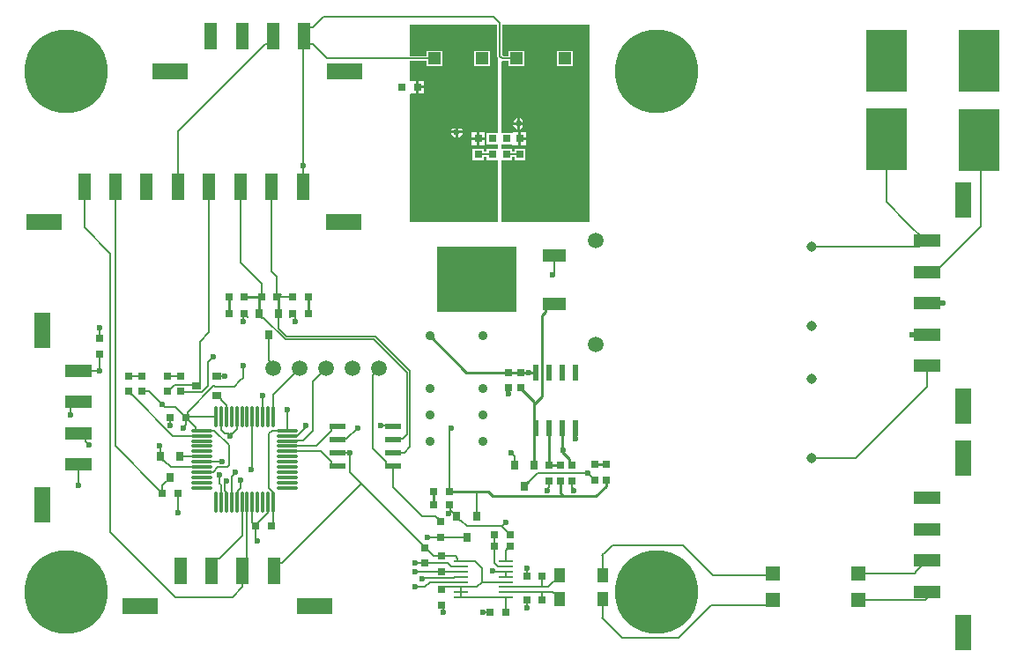
<source format=gtl>
G04*
G04 #@! TF.GenerationSoftware,Altium Limited,Altium Designer,19.0.15 (446)*
G04*
G04 Layer_Physical_Order=1*
G04 Layer_Color=255*
%FSLAX25Y25*%
%MOIN*%
G70*
G01*
G75*
%ADD12C,0.00600*%
%ADD18C,0.01000*%
%ADD45R,0.05000X0.10000*%
%ADD46R,0.13504X0.06496*%
%ADD47R,0.10000X0.05000*%
%ADD48R,0.06496X0.13504*%
%ADD49R,0.02953X0.03150*%
%ADD50R,0.03150X0.02953*%
%ADD51R,0.05512X0.05512*%
%ADD52R,0.04331X0.05315*%
%ADD53O,0.08268X0.01181*%
%ADD54O,0.01181X0.08268*%
%ADD55R,0.02756X0.03543*%
%ADD56R,0.15748X0.23622*%
%ADD57R,0.03543X0.02756*%
%ADD58R,0.08661X0.04724*%
%ADD59R,0.30000X0.25000*%
%ADD60R,0.02362X0.06102*%
%ADD61R,0.05500X0.01100*%
%ADD62R,0.06102X0.02362*%
%ADD63R,0.04724X0.04724*%
%ADD64R,0.14173X0.04724*%
%ADD65C,0.31496*%
%ADD66C,0.05906*%
%ADD67C,0.03838*%
%ADD68C,0.03543*%
%ADD69C,0.02362*%
%ADD70C,0.01968*%
G36*
X-58398Y104331D02*
X-58328Y103980D01*
X-58129Y103682D01*
X-58071Y103624D01*
Y75669D01*
X-58160Y75206D01*
X-58571Y75206D01*
X-62313D01*
Y70857D01*
X-58160Y70857D01*
X-58071Y70394D01*
Y69764D01*
X-58160Y69301D01*
X-58571Y69301D01*
X-62313D01*
Y68044D01*
X-63475D01*
Y69301D01*
X-67628D01*
Y64951D01*
X-63475D01*
Y66208D01*
X-62313D01*
Y64951D01*
X-58160Y64951D01*
X-58071Y64488D01*
Y41339D01*
X-91535D01*
Y89749D01*
X-91158Y90043D01*
X-91035Y90043D01*
X-89083D01*
Y92520D01*
Y94996D01*
X-91035D01*
X-91158Y94996D01*
X-91535Y95291D01*
Y102429D01*
X-85049D01*
Y100384D01*
X-79124D01*
Y106309D01*
X-85049D01*
Y104264D01*
X-91535D01*
Y116142D01*
X-58398D01*
Y104331D01*
D02*
G37*
G36*
X-23425Y41339D02*
X-56890D01*
Y64488D01*
X-56801Y64951D01*
X-56390Y64951D01*
X-52648D01*
Y66208D01*
X-51880D01*
Y64951D01*
X-47727D01*
Y69301D01*
X-51880D01*
Y68044D01*
X-52648D01*
Y69301D01*
X-56801Y69301D01*
X-56890Y69764D01*
Y70394D01*
X-56801Y70857D01*
X-56390Y70857D01*
X-52780D01*
X-52648Y70857D01*
X-52280Y70539D01*
Y70457D01*
X-50303D01*
Y73032D01*
Y75606D01*
X-52280D01*
Y75524D01*
X-52648Y75206D01*
X-52780Y75206D01*
X-56801Y75206D01*
X-56890Y75669D01*
Y101997D01*
X-56889Y101999D01*
X-56496Y102429D01*
X-53947D01*
Y100384D01*
X-48022D01*
Y106309D01*
X-53947D01*
Y104264D01*
X-56116D01*
X-56563Y104711D01*
Y116142D01*
X-23425D01*
Y41339D01*
D02*
G37*
%LPC*%
G36*
X-61014Y106309D02*
X-66939D01*
Y100384D01*
X-61014D01*
Y106309D01*
D02*
G37*
G36*
X-88083Y94996D02*
Y93020D01*
X-86008D01*
Y94996D01*
X-88083D01*
D02*
G37*
G36*
X-86008Y92020D02*
X-88083D01*
Y90043D01*
X-86008D01*
Y92020D01*
D02*
G37*
G36*
X-73122Y77648D02*
Y76024D01*
X-71498D01*
X-71567Y76375D01*
X-72050Y77096D01*
X-72771Y77578D01*
X-73122Y77648D01*
D02*
G37*
G36*
X-74122D02*
X-74473Y77578D01*
X-75195Y77096D01*
X-75677Y76375D01*
X-75746Y76024D01*
X-74122D01*
Y77648D01*
D02*
G37*
G36*
X-63075Y75606D02*
X-65051D01*
Y73532D01*
X-63075D01*
Y75606D01*
D02*
G37*
G36*
X-66051D02*
X-68028D01*
Y73532D01*
X-66051D01*
Y75606D01*
D02*
G37*
G36*
X-71498Y75024D02*
X-73122D01*
Y73399D01*
X-72771Y73469D01*
X-72050Y73951D01*
X-71567Y74673D01*
X-71498Y75024D01*
D02*
G37*
G36*
X-74122D02*
X-75746D01*
X-75677Y74673D01*
X-75195Y73951D01*
X-74473Y73469D01*
X-74122Y73399D01*
Y75024D01*
D02*
G37*
G36*
X-63075Y72531D02*
X-65051D01*
Y70457D01*
X-63075D01*
Y72531D01*
D02*
G37*
G36*
X-66051D02*
X-68028D01*
Y70457D01*
X-66051D01*
Y72531D01*
D02*
G37*
G36*
X-29912Y106309D02*
X-35836D01*
Y100384D01*
X-29912D01*
Y106309D01*
D02*
G37*
G36*
X-49697Y80865D02*
Y79240D01*
X-48072D01*
X-48142Y79591D01*
X-48624Y80313D01*
X-49346Y80795D01*
X-49697Y80865D01*
D02*
G37*
G36*
X-50697D02*
X-51048Y80795D01*
X-51769Y80313D01*
X-52251Y79591D01*
X-52321Y79240D01*
X-50697D01*
Y80865D01*
D02*
G37*
G36*
X-48072Y78240D02*
X-49697D01*
Y76616D01*
X-49346Y76686D01*
X-48624Y77168D01*
X-48142Y77889D01*
X-48072Y78240D01*
D02*
G37*
G36*
X-50697D02*
X-52321D01*
X-52251Y77889D01*
X-51769Y77168D01*
X-51048Y76686D01*
X-50697Y76616D01*
Y78240D01*
D02*
G37*
G36*
X-47327Y75606D02*
X-49303D01*
Y73532D01*
X-47327D01*
Y75606D01*
D02*
G37*
G36*
Y72531D02*
X-49303D01*
Y70457D01*
X-47327D01*
Y72531D01*
D02*
G37*
%LPD*%
D12*
X-56693Y-73622D02*
X-56560D01*
X-54985Y-72047D01*
X-69882Y-73622D02*
X-56693D01*
X-54818Y-75497D01*
Y-75595D02*
Y-75497D01*
Y-75595D02*
X-53642Y-76772D01*
X-53543D01*
X-72150Y-71354D02*
X-69882Y-73622D01*
X-72544Y-71354D02*
X-72150D01*
X-73622Y-70276D02*
X-72544Y-71354D01*
X-73622Y-70276D02*
Y-69882D01*
X-208661Y-14763D02*
Y-8465D01*
X-149606Y-78740D02*
X-149213Y-79134D01*
X-149606Y-78740D02*
Y-73603D01*
X-109843Y-57342D02*
X-85492Y-81693D01*
X-114173Y-53012D02*
X-109843Y-57342D01*
Y-57447D02*
Y-57342D01*
X-139780Y-87384D02*
X-109843Y-57447D01*
X-140629Y-87384D02*
X-139780D01*
X-142829Y-89584D02*
X-140629Y-87384D01*
X-142829Y-90433D02*
Y-89584D01*
X-189961Y-22638D02*
X-184055Y-28543D01*
X-196560Y-23913D02*
X-181102Y-39370D01*
X-197835Y-22736D02*
X-196658Y-23913D01*
X-181102Y-39370D02*
X-170079D01*
X-196658Y-23913D02*
X-196560D01*
X-197835Y-22736D02*
Y-22638D01*
X-208661Y-2559D02*
Y1575D01*
X-131889Y54843D02*
Y111339D01*
X-167717Y-11417D02*
X-165748Y-9449D01*
X-167717Y-20472D02*
Y-11417D01*
X-169994Y-22750D02*
X-167717Y-20472D01*
X-178037Y-22750D02*
X-169994D01*
X-146670Y5226D02*
X-138491Y-2953D01*
X-147347Y5226D02*
X-146670D01*
X-148425Y6304D02*
X-147347Y5226D01*
X-138491Y-2953D02*
X-104948D01*
X-148425Y6304D02*
Y6693D01*
X-178150Y-22638D02*
X-178037Y-22750D01*
X-128250Y115057D02*
X-124016Y119291D01*
X-129099Y115057D02*
X-128250D01*
X-131299Y112857D02*
X-129099Y115057D01*
X-131299Y111929D02*
Y112857D01*
X-124016Y119291D02*
X-59842D01*
X-57480Y116929D01*
Y104331D02*
Y116929D01*
Y104331D02*
X-56496Y103347D01*
X-50984D01*
X-128250Y108881D02*
X-122716Y103347D01*
X-129099Y108881D02*
X-128250D01*
X-131299Y111081D02*
X-129099Y108881D01*
X-131299Y111081D02*
Y111929D01*
X-122716Y103347D02*
X-82087D01*
X-219685Y-31654D02*
Y-28774D01*
X-217485Y-26574D01*
X-216811D01*
X-47153Y-57193D02*
X-46953Y-56993D01*
X-48031Y-58071D02*
X-47153Y-57193D01*
X-43130Y-53543D02*
X-24134D01*
X-22731Y-54946D01*
X-22633D01*
X-21457Y-56122D01*
Y-56221D02*
Y-56122D01*
X-43720Y-54134D02*
X-43130Y-53543D01*
X-43720Y-54154D02*
Y-54134D01*
X-46560Y-56993D02*
X-43720Y-54154D01*
X-46953Y-56993D02*
X-46560D01*
X-48031Y-58465D02*
Y-58071D01*
X-213999Y-41435D02*
X-212598Y-42835D01*
X-213999Y-41435D02*
Y-40586D01*
X-216199Y-38386D02*
X-213999Y-40586D01*
X-216811Y-38386D02*
X-216199D01*
X-37402Y21654D02*
X-36811Y22244D01*
Y28740D01*
X-216811Y-58071D02*
Y-50197D01*
X-204724Y-75787D02*
Y29528D01*
X-214567Y39371D02*
X-204724Y29528D01*
Y-75787D02*
X-180118Y-100394D01*
X-216811Y-14763D02*
X-208661D01*
X-147047Y-32087D02*
Y-24213D01*
X-158465Y-100394D02*
X-154640Y-96569D01*
Y-90433D01*
X-180118Y-100394D02*
X-158465D01*
X-214567Y39371D02*
Y54843D01*
X-202756Y-43307D02*
X-186314Y-59749D01*
Y-59847D02*
Y-59749D01*
Y-59847D02*
X-185138Y-61024D01*
X-185039D01*
X-202756Y-43307D02*
Y54843D01*
X-167322Y-307D02*
Y54843D01*
X-170773Y-3758D02*
X-167322Y-307D01*
X-170773Y-19395D02*
Y-3758D01*
X-171850Y-20472D02*
X-170773Y-19395D01*
X-172244Y-20472D02*
X-171850D01*
X-147539Y13189D02*
Y18073D01*
X-155511Y26045D02*
X-147539Y18073D01*
X-155511Y26045D02*
Y54843D01*
X-143700Y22909D02*
X-141634Y20842D01*
X-143700Y22909D02*
Y54843D01*
X-179134D02*
Y75905D01*
X-146158Y108881D01*
X-145310D01*
X-143110Y111081D01*
Y111929D01*
X-131889Y111339D02*
X-131299Y111929D01*
X-179134Y-68575D02*
X-179134Y-68575D01*
Y-61024D01*
X-163492Y-85820D02*
X-154921Y-77250D01*
Y-64370D01*
X-164252Y-85820D02*
X-163492D01*
X-166452Y-88020D02*
X-164252Y-85820D01*
X-166452Y-90433D02*
Y-88020D01*
X-152953Y-88746D02*
Y-64370D01*
X-154640Y-90433D02*
X-152953Y-88746D01*
X-141634Y13189D02*
Y20842D01*
Y13189D02*
X-135630D01*
X-54983Y-94686D02*
X-54733Y-94436D01*
X104319Y-20681D02*
Y-12849D01*
X77126Y-47874D02*
X104319Y-20681D01*
X60630Y-47874D02*
X77126D01*
X-159449Y-38386D02*
X-158465D01*
X101202Y32126D02*
X103471Y34395D01*
X60630Y32126D02*
X101202D01*
X98425Y-1181D02*
X104176D01*
X104319Y-1038D01*
X96593Y41273D02*
X103471Y34395D01*
X96522Y41273D02*
X96593D01*
X88779Y49016D02*
Y72835D01*
Y49016D02*
X96522Y41273D01*
X103471Y34395D02*
X104319D01*
Y10773D02*
X110236D01*
X124521Y39875D02*
Y72638D01*
X106299Y21654D02*
X124521Y39875D01*
X-85630Y-81693D02*
X-85492D01*
X-114173Y-53012D02*
Y-45807D01*
X-69882Y-77756D02*
X-68898D01*
X-79724D02*
X-69882D01*
X-84646D02*
X-79724D01*
X43878Y-103347D02*
X45768Y-101457D01*
X22638Y-103347D02*
X43878D01*
X10276Y-115708D02*
X22638Y-103347D01*
X-11260Y-115708D02*
X10276D01*
X23329Y-92227D02*
X44998D01*
X11811Y-80709D02*
X23329Y-92227D01*
X-14764Y-80709D02*
X11811D01*
X-17426Y-109543D02*
X-11260Y-115708D01*
X-17426Y-109543D02*
Y-109444D01*
X-18602Y-108268D02*
X-17426Y-109444D01*
X-18701Y-108268D02*
X-18602D01*
X-17426Y-83371D02*
X-14764Y-80709D01*
X-17426Y-83469D02*
Y-83371D01*
X-18602Y-84646D02*
X-17426Y-83469D01*
X-18701Y-84646D02*
X-18602D01*
X-18701Y-108268D02*
X-18504Y-108071D01*
Y-101085D01*
X-181890Y-51181D02*
X-170079D01*
X-184355Y-48716D02*
X-181890Y-51181D01*
X-184749Y-48716D02*
X-184355D01*
X-185827Y-47638D02*
X-184749Y-48716D01*
X-185827Y-47638D02*
Y-47244D01*
X-53150Y-45807D02*
X-51772Y-47185D01*
Y-50591D02*
Y-47185D01*
X-60039Y-90551D02*
X-59845Y-90746D01*
X-54983D01*
Y-92716D02*
Y-90746D01*
X-75787Y-36894D02*
Y-36417D01*
X-76378Y-37485D02*
X-75787Y-36894D01*
X-76378Y-60630D02*
Y-37485D01*
X-66142Y-60827D02*
X-65945Y-60630D01*
X-66142Y-69882D02*
Y-60827D01*
X-75609Y-67895D02*
X-75094Y-68410D01*
X-76125Y-67379D02*
X-75609Y-67895D01*
X-76612Y-68898D02*
X-75609Y-67895D01*
X-76772Y-68898D02*
X-76612D01*
X-73622Y-69882D02*
Y-69488D01*
X-74700Y-68410D02*
X-73622Y-69488D01*
X-75094Y-68410D02*
X-74700D01*
X-76125Y-67379D02*
Y-65608D01*
X-76378Y-65354D02*
X-76125Y-65608D01*
X-130906Y-36163D02*
Y-35433D01*
X-134113Y-39370D02*
X-130906Y-36163D01*
X-127953Y-37402D02*
Y-18701D01*
X-131779Y-41227D02*
X-127953Y-37402D01*
X-137684Y-41227D02*
X-131779D01*
X-137795Y-39370D02*
X-134113D01*
X-184055Y-28543D02*
X-180118D01*
X-177456Y-31205D01*
Y-31304D02*
Y-31205D01*
Y-31304D02*
X-176279Y-32480D01*
X-176181D01*
X-192913Y-22638D02*
X-189961D01*
X-177165Y-36169D02*
X-176181Y-35185D01*
X-177165Y-36417D02*
Y-36169D01*
X-176181Y-35185D02*
Y-32480D01*
X-165276Y-37402D02*
X-159843Y-42835D01*
X-170079Y-37402D02*
X-165276D01*
X-159843Y-50591D02*
Y-42835D01*
X-160546Y-51294D02*
X-159843Y-50591D01*
X-164153Y-51294D02*
X-160546D01*
X-165898Y-53038D02*
X-164153Y-51294D01*
X-169968Y-53038D02*
X-165898D01*
X-170079Y-53150D02*
X-169968Y-53038D01*
X-163386Y-57345D02*
Y-54134D01*
Y-57345D02*
X-162795Y-57936D01*
Y-64370D02*
Y-57936D01*
X-170079Y-49213D02*
X-162402D01*
X-161305Y-57007D02*
X-160887Y-56590D01*
X-158806Y-54767D02*
X-157480Y-53442D01*
X-158806Y-64318D02*
Y-54767D01*
X-155512Y-59309D02*
Y-56221D01*
X-161305Y-60192D02*
Y-57007D01*
X-156412Y-63892D02*
Y-60209D01*
X-155512Y-59309D01*
X-156890Y-64370D02*
X-156412Y-63892D01*
X-158858Y-64370D02*
X-158806Y-64318D01*
X-160827Y-64370D02*
Y-60669D01*
X-161305Y-60192D02*
X-160827Y-60669D01*
X-157480Y-53442D02*
Y-53150D01*
X-137795Y-29528D02*
X-137795Y-29528D01*
Y-37402D02*
Y-29528D01*
X-118585Y-40495D02*
X-115298D01*
X-118898Y-40807D02*
X-118585Y-40495D01*
X-115298D02*
X-111221Y-36417D01*
X-149705Y-73603D02*
X-149606D01*
X-149705Y-73201D02*
X-145079Y-68575D01*
Y-64370D01*
X-105315Y-44291D02*
X-100371Y-49235D01*
Y-49926D02*
Y-49235D01*
Y-49926D02*
X-99490Y-50807D01*
X-97638D01*
X-105315Y-44291D02*
Y-16448D01*
X-103032Y-14164D01*
Y-13780D01*
X-151453Y-52165D02*
Y-51688D01*
X-150984Y-51220D01*
Y-32087D01*
X-175787D02*
X-175495Y-31794D01*
X-176181Y-32480D02*
X-175787Y-32087D01*
X-165106Y-20563D02*
X-165000Y-20669D01*
X-165603Y-20563D02*
X-165106D01*
X-175495Y-30455D02*
X-165603Y-20563D01*
X-175495Y-31794D02*
Y-30455D01*
X-165000Y-20669D02*
X-157835D01*
X-155802Y-18637D01*
X-155704D01*
X-154528Y-17461D01*
Y-12795D01*
X-160887Y-32026D02*
Y-27696D01*
X-162898Y-25684D02*
X-160887Y-27696D01*
Y-32026D02*
X-160827Y-32087D01*
X-162795Y-37008D02*
Y-32087D01*
Y-37008D02*
X-161417Y-38386D01*
X-159449Y-39370D02*
Y-38893D01*
X-161417Y-16732D02*
X-161417Y-16732D01*
X-164370Y-16732D02*
X-161417D01*
X-161417Y-38386D02*
X-159941D01*
Y-38401D02*
Y-38386D01*
Y-38401D02*
X-159449Y-38893D01*
X-156890Y-36811D02*
Y-32087D01*
X-158465Y-38386D02*
X-156890Y-36811D01*
X-144685Y-59113D02*
Y-38500D01*
Y-59113D02*
X-143110Y-60687D01*
X-144685Y-38500D02*
X-143587Y-37402D01*
X-143110Y-64370D02*
Y-60687D01*
X-143587Y-37402D02*
X-137795D01*
X-86614Y-69882D02*
X-81693D01*
X-80999Y-70576D01*
X-80901D01*
X-79724Y-71752D01*
Y-71850D02*
Y-71752D01*
X-97638Y-58858D02*
X-86614Y-69882D01*
X-97638Y-58858D02*
Y-50807D01*
X-104948Y-2953D02*
X-92520Y-15382D01*
X-104452Y-1753D02*
X-91320Y-14885D01*
X-94038Y-40412D02*
X-92520Y-38893D01*
X-137994Y-1753D02*
X-104452D01*
X-92520Y-38893D02*
Y-15382D01*
X-93504Y-45807D02*
X-91320Y-43623D01*
Y-14885D01*
X-118898Y-45807D02*
X-114173D01*
X-126903Y-43307D02*
X-121132Y-37537D01*
X-137795Y-43307D02*
X-126903D01*
X-121132Y-37537D02*
Y-36688D01*
X-120251Y-35807D01*
X-118898D01*
X-124934Y-45276D02*
X-121132Y-49077D01*
X-137795Y-45276D02*
X-124934D01*
X-84355Y-82968D02*
X-82480Y-84842D01*
X-84453Y-82968D02*
X-84355D01*
X-85630Y-81791D02*
X-84453Y-82968D01*
X-85630Y-81791D02*
Y-81693D01*
X-82480Y-84842D02*
X-79331D01*
X-102362Y-35433D02*
X-98012D01*
X-97638Y-35807D01*
Y-45807D02*
X-93504D01*
X-140945Y1198D02*
X-137994Y-1753D01*
X-140945Y1198D02*
Y6693D01*
X-154528Y3937D02*
Y6201D01*
X-153937Y6791D01*
X-134843Y3937D02*
Y6004D01*
X-135630Y6791D02*
X-134843Y6004D01*
X-144685Y-1181D02*
X-143841Y-337D01*
X-136905Y5615D02*
X-135728Y6791D01*
X-136905Y5517D02*
Y5615D01*
X-97242Y-40412D02*
X-94038D01*
X-97638Y-40807D02*
X-97242Y-40412D01*
X-143110Y-32087D02*
Y-23858D01*
X-133031Y-13780D01*
X-127953Y-18701D02*
X-123031Y-13780D01*
X-137795Y-41339D02*
X-137684Y-41227D01*
X-120251Y-50807D02*
X-118898D01*
X-121132Y-49926D02*
X-120251Y-50807D01*
X-121132Y-49926D02*
Y-49077D01*
X-186024Y-43307D02*
X-185827Y-43504D01*
Y-47244D02*
Y-43504D01*
X-145332Y-534D02*
X-144685Y-1181D01*
X-152662Y5517D02*
Y5615D01*
X-153839Y6791D02*
X-152662Y5615D01*
X-153937Y6791D02*
X-153839D01*
X-135728D02*
X-135630D01*
X-143032Y-13780D02*
Y-12429D01*
X-144685Y-10775D02*
X-143032Y-12429D01*
X-144685Y-10775D02*
Y-1181D01*
X-83859Y-94686D02*
X-72183D01*
X-85630Y-96457D02*
X-83859Y-94686D01*
X-89567Y-96457D02*
X-85630D01*
X-86614Y-93504D02*
X-86333Y-93223D01*
X-74890D01*
X-74383Y-92716D01*
X-72183D01*
X-89565Y-90748D02*
X-79331D01*
X-89567Y-90746D02*
X-89565Y-90748D01*
X-85630Y-87598D02*
X-76965D01*
X-75787Y-88776D02*
X-72183D01*
X-76965Y-87598D02*
X-75787Y-88776D01*
X-89567Y-87598D02*
X-85630D01*
X-150881Y-72427D02*
X-149705Y-73603D01*
X-150881Y-72427D02*
Y-72178D01*
X-150984Y-72075D02*
X-150881Y-72178D01*
X-150984Y-72075D02*
Y-64370D01*
X-143701Y-73603D02*
X-143110Y-73013D01*
Y-64370D01*
X-178346Y-47244D02*
X-170079D01*
X-182087Y-35433D02*
Y-32480D01*
X-182087Y-32480D02*
X-182087Y-32480D01*
X-176181Y-32480D02*
X-176083D01*
X-174906Y-33657D01*
Y-33755D02*
Y-33657D01*
Y-33755D02*
X-172399Y-36263D01*
Y-37133D02*
Y-36263D01*
Y-37133D02*
X-172131Y-37402D01*
X-170079D01*
X-175787Y-32087D02*
X-164764D01*
X-162898Y-25684D02*
Y-25291D01*
X-163976Y-24213D02*
X-162898Y-25291D01*
X-164370Y-24213D02*
X-163976D01*
X-180596Y-20163D02*
X-172554D01*
X-181796Y-21363D02*
X-180596Y-20163D01*
X-181895Y-21363D02*
X-181796D01*
X-183071Y-22539D02*
X-181895Y-21363D01*
X-183071Y-22638D02*
Y-22539D01*
X-172554Y-20163D02*
X-172244Y-20472D01*
X-183071Y-16732D02*
X-178150D01*
X-197835D02*
X-192913D01*
X-185039Y-61024D02*
Y-58071D01*
X-183558Y-56590D01*
X-183165D01*
X-182087Y-55512D01*
Y-55118D01*
X-78740Y-106299D02*
Y-103937D01*
X-79331Y-103347D02*
X-78740Y-103937D01*
X-63895Y-106299D02*
X-61024D01*
X-18701Y-84646D02*
X-18504Y-84842D01*
Y-92227D02*
Y-84842D01*
X-47244Y-104331D02*
Y-101378D01*
Y-92520D02*
Y-89568D01*
X-41339Y-96656D02*
X-39075D01*
X-54983D02*
X-41339D01*
Y-92520D02*
X-41339Y-92520D01*
X-41339Y-96656D02*
Y-92520D01*
Y-98626D02*
X-37105D01*
X-54983D02*
X-41339D01*
X-41339Y-98626D01*
Y-101378D02*
Y-98626D01*
X103544Y-101457D02*
X104606Y-100394D01*
X78248Y-101457D02*
X103544D01*
X102106Y-88582D02*
X104606D01*
X99906Y-90782D02*
X102106Y-88582D01*
X99906Y-91105D02*
Y-90782D01*
X99555Y-91457D02*
X99906Y-91105D01*
X78248Y-91457D02*
X99555D01*
X44998Y-92227D02*
X45768Y-91457D01*
X-34646Y-101085D02*
Y-100593D01*
X-36511Y-98727D02*
X-34646Y-100593D01*
X-37003Y-98727D02*
X-36511D01*
X-37105Y-98626D02*
X-37003Y-98727D01*
X-39075Y-96656D02*
X-37003Y-94584D01*
X-36511D01*
X-34646Y-92719D01*
Y-92227D01*
X-79331Y-90748D02*
X-79329Y-90746D01*
X-72183D01*
X-63975Y-94686D02*
Y-89568D01*
X-66738Y-86806D02*
X-63975Y-89568D01*
X-72183Y-86806D02*
X-66738D01*
X-74146Y-84842D02*
X-73281Y-85707D01*
Y-86556D02*
Y-85707D01*
Y-86556D02*
X-73031Y-86806D01*
X-72183D01*
X-79331Y-84842D02*
X-74146D01*
X-72183Y-100596D02*
X-54983D01*
X-72183Y-98626D02*
Y-96656D01*
Y-100596D02*
Y-98626D01*
Y-96656D02*
X-65945D01*
X-78546D02*
X-72183D01*
X-79331Y-97441D02*
X-78546Y-96656D01*
X-65945D02*
X-63975Y-94686D01*
X-54983D01*
X-55118Y-106299D02*
Y-100731D01*
X-54983Y-100596D01*
X-29528Y-60039D02*
Y-59562D01*
X-30118Y-58972D02*
X-29528Y-59562D01*
X-30118Y-58972D02*
Y-56496D01*
X-39370Y-60039D02*
Y-59562D01*
X-38780Y-58972D01*
Y-56496D01*
X-53642Y-81102D02*
X-53543D01*
X-54818Y-82279D02*
X-53642Y-81102D01*
X-54818Y-82466D02*
Y-82279D01*
X-54983Y-82630D02*
X-54818Y-82466D01*
X-54983Y-86806D02*
Y-82630D01*
X-59449Y-81102D02*
Y-76772D01*
Y-87398D02*
Y-81102D01*
X-58071Y-88776D02*
X-54983D01*
X-59449Y-87398D02*
X-58071Y-88776D01*
X-54724Y67126D02*
X-49803D01*
X-65551D02*
X-60236D01*
X124520Y102362D02*
X124521Y102363D01*
X123819Y102362D02*
X124520D01*
X123819Y72638D02*
X124521D01*
D18*
X-69961Y-15354D02*
X-54134D01*
X-83661Y-1654D02*
X-69961Y-15354D01*
X-44291Y-27559D02*
Y-26378D01*
Y-50591D02*
Y-27559D01*
X-41339Y6102D02*
X-40087Y7354D01*
Y8768D01*
X-38225Y10630D01*
X-36811D01*
X-41339Y-24606D02*
Y6102D01*
X-44291Y-27559D02*
X-41339Y-24606D01*
X-33720Y-44985D02*
Y-36614D01*
X-65945Y-60630D02*
X-61927D01*
X-76378D02*
X-65945D01*
X-129724Y6791D02*
Y13189D01*
X-148425Y12303D02*
X-147539Y13189D01*
X-148425Y6693D02*
Y12303D01*
X-141634Y13189D02*
X-140945Y12500D01*
Y6693D02*
Y12500D01*
X-140559Y14165D02*
Y14264D01*
X-153937Y13189D02*
X-147539D01*
X-159843Y6791D02*
Y13189D01*
X-60236Y-62321D02*
X-33152D01*
X-61927Y-60630D02*
X-60236Y-62321D01*
X-82284Y-65354D02*
Y-60630D01*
X-46565Y-15354D02*
X-43720D01*
X-49409D02*
X-46565D01*
X-54134D02*
X-49409D01*
X-43720D02*
X-43720Y-15354D01*
X-48335Y-22335D02*
X-44291Y-26378D01*
X-48433Y-22335D02*
X-48335D01*
X-49409Y-21358D02*
X-48433Y-22335D01*
X-49409Y-21358D02*
Y-21260D01*
X-31095Y-49614D02*
Y-48098D01*
X-33720Y-45472D02*
X-31095Y-48098D01*
Y-49614D02*
X-30118Y-50591D01*
X-38780D02*
X-34449D01*
X-38780D02*
X-38721Y-50532D01*
Y-36614D01*
X-21457Y-50315D02*
X-17126D01*
Y-58465D02*
Y-56221D01*
X-20982Y-62321D02*
X-17126Y-58465D01*
X-33152Y-62321D02*
X-20982D01*
X-34449Y-61024D02*
X-33152Y-62321D01*
X-34449Y-61024D02*
Y-56496D01*
X-47153Y-57193D02*
X-46760D01*
D45*
X-214567Y54843D02*
D03*
X-202756D02*
D03*
X-190945D02*
D03*
X-179134D02*
D03*
X-167322D02*
D03*
X-155511D02*
D03*
X-143700D02*
D03*
X-131889D02*
D03*
X-166733Y111929D02*
D03*
X-154922D02*
D03*
X-143110D02*
D03*
X-131299D02*
D03*
X-178263Y-90433D02*
D03*
X-166452D02*
D03*
X-154640D02*
D03*
X-142829D02*
D03*
D46*
X-116574Y41339D02*
D03*
X-229882D02*
D03*
X-115984Y98425D02*
D03*
X-182048D02*
D03*
X-127514Y-103937D02*
D03*
X-193578D02*
D03*
D47*
X-216811Y-14763D02*
D03*
Y-26574D02*
D03*
Y-38386D02*
D03*
Y-50197D02*
D03*
X104331Y-98426D02*
D03*
Y-86615D02*
D03*
Y-74803D02*
D03*
Y-62992D02*
D03*
X104319Y-12849D02*
D03*
Y-1038D02*
D03*
Y10773D02*
D03*
Y22584D02*
D03*
Y34395D02*
D03*
D48*
X-230315Y-65512D02*
D03*
Y552D02*
D03*
X117835Y-47677D02*
D03*
Y-113741D02*
D03*
X117823Y49710D02*
D03*
Y-28164D02*
D03*
D49*
X-208661Y-8465D02*
D03*
Y-2559D02*
D03*
X-192913Y-22638D02*
D03*
Y-16732D02*
D03*
X-197835D02*
D03*
Y-22638D02*
D03*
X-85630Y-81693D02*
D03*
Y-87598D02*
D03*
X-79724Y-77756D02*
D03*
Y-71850D02*
D03*
X-178150Y-22638D02*
D03*
Y-16732D02*
D03*
X-183071D02*
D03*
Y-22638D02*
D03*
X-79331Y-90748D02*
D03*
Y-84842D02*
D03*
X-49409Y-15354D02*
D03*
Y-21260D02*
D03*
X-30118Y-50591D02*
D03*
Y-56496D02*
D03*
X-17126Y-56221D02*
D03*
Y-50315D02*
D03*
X-34449Y-56496D02*
D03*
Y-50591D02*
D03*
X-21457Y-50315D02*
D03*
Y-56221D02*
D03*
X-54134Y-15354D02*
D03*
Y-21260D02*
D03*
X-38780Y-50591D02*
D03*
Y-56496D02*
D03*
X-79331Y-97441D02*
D03*
Y-103347D02*
D03*
X-65551Y67126D02*
D03*
Y73032D02*
D03*
X-60236D02*
D03*
Y67126D02*
D03*
X-49803D02*
D03*
Y73032D02*
D03*
X-54724D02*
D03*
Y67126D02*
D03*
D50*
X-41339Y-92520D02*
D03*
X-47244D02*
D03*
X-41339Y-101378D02*
D03*
X-47244D02*
D03*
X-185039Y-61024D02*
D03*
X-179134D02*
D03*
X-153937Y6791D02*
D03*
X-159843D02*
D03*
Y13189D02*
D03*
X-153937D02*
D03*
X-147539D02*
D03*
X-141634D02*
D03*
X-135630Y6791D02*
D03*
X-129724D02*
D03*
Y13189D02*
D03*
X-135630D02*
D03*
X-88583Y92520D02*
D03*
X-94488D02*
D03*
X-82284Y-65354D02*
D03*
X-76378D02*
D03*
X-82284Y-60630D02*
D03*
X-76378D02*
D03*
X-53543Y-81102D02*
D03*
X-59449D02*
D03*
X-55118Y-106299D02*
D03*
X-61024D02*
D03*
X-59449Y-76772D02*
D03*
X-53543D02*
D03*
X-143701Y-73603D02*
D03*
X-149606D02*
D03*
X-176181Y-32480D02*
D03*
X-182087D02*
D03*
D51*
X45768Y-91457D02*
D03*
Y-101457D02*
D03*
X78248Y-91457D02*
D03*
Y-101457D02*
D03*
D52*
X-34646Y-101085D02*
D03*
X-18504D02*
D03*
Y-92227D02*
D03*
X-34646D02*
D03*
D53*
X-170079Y-37402D02*
D03*
Y-39370D02*
D03*
Y-41339D02*
D03*
Y-43307D02*
D03*
Y-45276D02*
D03*
Y-47244D02*
D03*
Y-49213D02*
D03*
Y-51181D02*
D03*
Y-53150D02*
D03*
Y-55118D02*
D03*
Y-57087D02*
D03*
Y-59055D02*
D03*
X-137795D02*
D03*
Y-57087D02*
D03*
Y-55118D02*
D03*
Y-53150D02*
D03*
Y-51181D02*
D03*
Y-49213D02*
D03*
Y-47244D02*
D03*
Y-45276D02*
D03*
Y-43307D02*
D03*
Y-41339D02*
D03*
Y-39370D02*
D03*
Y-37402D02*
D03*
D54*
X-164764Y-64370D02*
D03*
X-162795D02*
D03*
X-160827D02*
D03*
X-158858D02*
D03*
X-156890D02*
D03*
X-154921D02*
D03*
X-152953D02*
D03*
X-150984D02*
D03*
X-149016D02*
D03*
X-147047D02*
D03*
X-145079D02*
D03*
X-143110D02*
D03*
Y-32087D02*
D03*
X-145079D02*
D03*
X-147047D02*
D03*
X-149016D02*
D03*
X-150984D02*
D03*
X-152953D02*
D03*
X-154921D02*
D03*
X-156890D02*
D03*
X-158858D02*
D03*
X-160827D02*
D03*
X-162795D02*
D03*
X-164764D02*
D03*
D55*
X-178346Y-47244D02*
D03*
X-185827D02*
D03*
X-182087Y-55118D02*
D03*
X-66142Y-69882D02*
D03*
X-73622D02*
D03*
X-69882Y-77756D02*
D03*
X-140945Y6693D02*
D03*
X-148425D02*
D03*
X-144685Y-1181D02*
D03*
X-44291Y-50591D02*
D03*
X-51772D02*
D03*
X-48031Y-58465D02*
D03*
D56*
X123819Y102362D02*
D03*
X88779Y102559D02*
D03*
Y72835D02*
D03*
X123819Y72638D02*
D03*
D57*
X-164370Y-24213D02*
D03*
Y-16732D02*
D03*
X-172244Y-20472D02*
D03*
D58*
X-36811Y28740D02*
D03*
Y10630D02*
D03*
D59*
X-65945Y19685D02*
D03*
D60*
X-43720Y-36614D02*
D03*
X-38721D02*
D03*
X-33720D02*
D03*
X-28721D02*
D03*
Y-15354D02*
D03*
X-33720D02*
D03*
X-38721D02*
D03*
X-43720D02*
D03*
D61*
X-72183Y-86806D02*
D03*
Y-88776D02*
D03*
Y-90746D02*
D03*
Y-92716D02*
D03*
Y-94686D02*
D03*
Y-96656D02*
D03*
Y-98626D02*
D03*
Y-100596D02*
D03*
X-54983D02*
D03*
Y-98626D02*
D03*
Y-96656D02*
D03*
Y-94686D02*
D03*
Y-92716D02*
D03*
Y-90746D02*
D03*
Y-88776D02*
D03*
Y-86806D02*
D03*
D62*
X-118898Y-35807D02*
D03*
Y-40807D02*
D03*
Y-45807D02*
D03*
Y-50807D02*
D03*
X-97638D02*
D03*
Y-45807D02*
D03*
Y-40807D02*
D03*
Y-35807D02*
D03*
D63*
X-63976Y103347D02*
D03*
X-73032D02*
D03*
X-82087D02*
D03*
X-32874D02*
D03*
X-41929D02*
D03*
X-50984D02*
D03*
D64*
X-73032Y79331D02*
D03*
X-41929D02*
D03*
D65*
X-221457Y98425D02*
D03*
Y-98425D02*
D03*
X1969D02*
D03*
Y98425D02*
D03*
D66*
X-103032Y-13780D02*
D03*
X-113031D02*
D03*
X-123031D02*
D03*
X-133031D02*
D03*
X-143032D02*
D03*
X-21248Y34449D02*
D03*
Y-4921D02*
D03*
D67*
X60630Y32126D02*
D03*
Y2126D02*
D03*
Y-17874D02*
D03*
Y-47874D02*
D03*
D68*
X-83661Y-21654D02*
D03*
Y-31654D02*
D03*
Y-41654D02*
D03*
X-63661D02*
D03*
Y-31654D02*
D03*
Y-21654D02*
D03*
Y-1654D02*
D03*
X-83661D02*
D03*
D69*
X-54985Y-72047D02*
D03*
X-149213Y-79134D02*
D03*
X-185039Y-27559D02*
D03*
X-208661Y1575D02*
D03*
X-131890Y62992D02*
D03*
X-165748Y-9449D02*
D03*
X-219685Y-31654D02*
D03*
X-24134Y-53543D02*
D03*
X-212598Y-42835D02*
D03*
X-37402Y21654D02*
D03*
X-216811Y-58071D02*
D03*
X-208661Y-14763D02*
D03*
X-147047Y-24213D02*
D03*
X-142829Y-90433D02*
D03*
X-179134Y-68575D02*
D03*
X98425Y-1181D02*
D03*
X110236Y10773D02*
D03*
X-33465Y-44985D02*
D03*
X-53150Y-45807D02*
D03*
X-60039Y-90551D02*
D03*
X-75787Y-36417D02*
D03*
X-76772Y-68898D02*
D03*
X-130906Y-35433D02*
D03*
X-177165Y-36417D02*
D03*
X-163386Y-54134D02*
D03*
X-162402Y-49213D02*
D03*
X-160887Y-56590D02*
D03*
X-155512Y-56221D02*
D03*
X-137795Y-29528D02*
D03*
X-111221Y-36417D02*
D03*
X-50197Y78740D02*
D03*
X-154528Y-12795D02*
D03*
X-151453Y-52165D02*
D03*
X-159449Y-39370D02*
D03*
X-161417Y-16732D02*
D03*
X-84646Y-77756D02*
D03*
X-73622Y75524D02*
D03*
X-114173Y-45807D02*
D03*
X-102362Y-35433D02*
D03*
X-154528Y3937D02*
D03*
X-134843D02*
D03*
X-186024Y-43307D02*
D03*
X-89567Y-96457D02*
D03*
X-157480Y-53150D02*
D03*
X-86614Y-93504D02*
D03*
X-89567Y-90746D02*
D03*
Y-87598D02*
D03*
X-182087Y-35433D02*
D03*
X-78740Y-106299D02*
D03*
X-63895D02*
D03*
X-47244Y-104331D02*
D03*
Y-89568D02*
D03*
X-29528Y-60039D02*
D03*
X-39370D02*
D03*
X-54134Y-23622D02*
D03*
X-46565Y-15354D02*
D03*
X-28721Y-40354D02*
D03*
X-94488Y92020D02*
D03*
X-74803Y10630D02*
D03*
X-58571Y19685D02*
D03*
X-74803Y28740D02*
D03*
X-32874Y103347D02*
D03*
X-54724Y73032D02*
D03*
X-60236D02*
D03*
X-63976Y103347D02*
D03*
X86614Y102363D02*
D03*
X124521D02*
D03*
D70*
X-190945Y53150D02*
D03*
Y57087D02*
D03*
X-166733Y114173D02*
D03*
Y110236D02*
D03*
X-154922D02*
D03*
Y114173D02*
D03*
X-178150Y-93223D02*
D03*
Y-88020D02*
D03*
M02*

</source>
